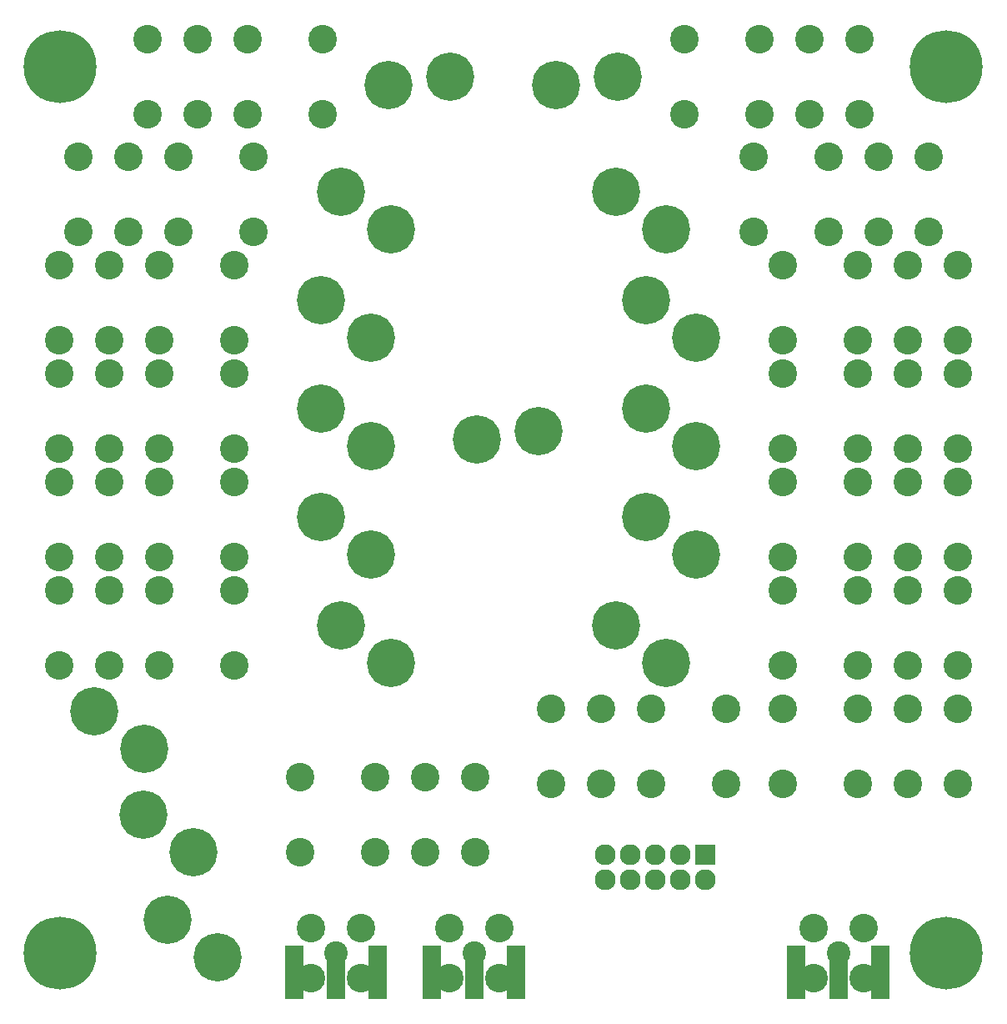
<source format=gbr>
G04 #@! TF.FileFunction,Soldermask,Top*
%FSLAX46Y46*%
G04 Gerber Fmt 4.6, Leading zero omitted, Abs format (unit mm)*
G04 Created by KiCad (PCBNEW 4.0.7) date 12/14/17 19:40:15*
%MOMM*%
%LPD*%
G01*
G04 APERTURE LIST*
%ADD10C,0.100000*%
%ADD11R,2.127200X2.127200*%
%ADD12O,2.127200X2.127200*%
%ADD13C,2.900000*%
%ADD14C,4.900000*%
%ADD15C,2.398980*%
%ADD16C,2.899360*%
%ADD17C,7.400000*%
%ADD18R,1.900000X5.480000*%
G04 APERTURE END LIST*
D10*
D11*
X125500000Y-130000000D03*
D12*
X125500000Y-132540000D03*
X122960000Y-130000000D03*
X122960000Y-132540000D03*
X120420000Y-130000000D03*
X120420000Y-132540000D03*
X117880000Y-130000000D03*
X117880000Y-132540000D03*
X115340000Y-130000000D03*
X115340000Y-132540000D03*
D13*
X133380000Y-70190000D03*
X133380000Y-77810000D03*
X141000000Y-70190000D03*
X141000000Y-77810000D03*
X146080000Y-70190000D03*
X146080000Y-77810000D03*
X151160000Y-70190000D03*
X151160000Y-77810000D03*
D14*
X119460000Y-95730000D03*
X124540000Y-99540000D03*
D13*
X127620000Y-122810000D03*
X127620000Y-115190000D03*
X120000000Y-122810000D03*
X120000000Y-115190000D03*
X114920000Y-122810000D03*
X114920000Y-115190000D03*
X109840000Y-122810000D03*
X109840000Y-115190000D03*
X86620000Y-54810000D03*
X86620000Y-47190000D03*
X79000000Y-54810000D03*
X79000000Y-47190000D03*
X73920000Y-54810000D03*
X73920000Y-47190000D03*
X68840000Y-54810000D03*
X68840000Y-47190000D03*
X133380000Y-103190000D03*
X133380000Y-110810000D03*
X141000000Y-103190000D03*
X141000000Y-110810000D03*
X146080000Y-103190000D03*
X146080000Y-110810000D03*
X151160000Y-103190000D03*
X151160000Y-110810000D03*
D14*
X86460000Y-95730000D03*
X91540000Y-99540000D03*
D15*
X102000000Y-140000000D03*
D16*
X104540000Y-137460000D03*
X104540000Y-142540000D03*
X99460000Y-142540000D03*
X99460000Y-137460000D03*
D15*
X139000000Y-140000000D03*
D16*
X141540000Y-137460000D03*
X141540000Y-142540000D03*
X136460000Y-142540000D03*
X136460000Y-137460000D03*
D17*
X60000000Y-50000000D03*
X150000000Y-140000000D03*
X60000000Y-140000000D03*
X150000000Y-50000000D03*
D15*
X88000000Y-140000000D03*
D16*
X90540000Y-137460000D03*
X90540000Y-142540000D03*
X85460000Y-142540000D03*
X85460000Y-137460000D03*
D14*
X86460000Y-84730000D03*
X91540000Y-88540000D03*
X75940000Y-140470000D03*
X70860000Y-136660000D03*
X93305923Y-51898026D03*
X99592102Y-51000000D03*
X88460000Y-62730000D03*
X93540000Y-66540000D03*
X86460000Y-73730000D03*
X91540000Y-77540000D03*
X88460000Y-106730000D03*
X93540000Y-110540000D03*
X73540000Y-129770000D03*
X68460000Y-125960000D03*
X110305923Y-51898026D03*
X116592102Y-51000000D03*
X116460000Y-62730000D03*
X121540000Y-66540000D03*
X119460000Y-73730000D03*
X124540000Y-77540000D03*
X116460000Y-106730000D03*
X121540000Y-110540000D03*
X68540000Y-119270000D03*
X63460000Y-115460000D03*
X119460000Y-84730000D03*
X124540000Y-88540000D03*
D13*
X84380000Y-122190000D03*
X84380000Y-129810000D03*
X92000000Y-122190000D03*
X92000000Y-129810000D03*
X97080000Y-122190000D03*
X97080000Y-129810000D03*
X102160000Y-122190000D03*
X102160000Y-129810000D03*
X79620000Y-66810000D03*
X79620000Y-59190000D03*
X72000000Y-66810000D03*
X72000000Y-59190000D03*
X66920000Y-66810000D03*
X66920000Y-59190000D03*
X61840000Y-66810000D03*
X61840000Y-59190000D03*
X77620000Y-77810000D03*
X77620000Y-70190000D03*
X70000000Y-77810000D03*
X70000000Y-70190000D03*
X64920000Y-77810000D03*
X64920000Y-70190000D03*
X59840000Y-77810000D03*
X59840000Y-70190000D03*
X77620000Y-88810000D03*
X77620000Y-81190000D03*
X70000000Y-88810000D03*
X70000000Y-81190000D03*
X64920000Y-88810000D03*
X64920000Y-81190000D03*
X59840000Y-88810000D03*
X59840000Y-81190000D03*
X77620000Y-99810000D03*
X77620000Y-92190000D03*
X70000000Y-99810000D03*
X70000000Y-92190000D03*
X64920000Y-99810000D03*
X64920000Y-92190000D03*
X59840000Y-99810000D03*
X59840000Y-92190000D03*
X77620000Y-110810000D03*
X77620000Y-103190000D03*
X70000000Y-110810000D03*
X70000000Y-103190000D03*
X64920000Y-110810000D03*
X64920000Y-103190000D03*
X59840000Y-110810000D03*
X59840000Y-103190000D03*
X123380000Y-47190000D03*
X123380000Y-54810000D03*
X131000000Y-47190000D03*
X131000000Y-54810000D03*
X136080000Y-47190000D03*
X136080000Y-54810000D03*
X141160000Y-47190000D03*
X141160000Y-54810000D03*
X130380000Y-59190000D03*
X130380000Y-66810000D03*
X138000000Y-59190000D03*
X138000000Y-66810000D03*
X143080000Y-59190000D03*
X143080000Y-66810000D03*
X148160000Y-59190000D03*
X148160000Y-66810000D03*
X133380000Y-81190000D03*
X133380000Y-88810000D03*
X141000000Y-81190000D03*
X141000000Y-88810000D03*
X146080000Y-81190000D03*
X146080000Y-88810000D03*
X151160000Y-81190000D03*
X151160000Y-88810000D03*
X133380000Y-92190000D03*
X133380000Y-99810000D03*
X141000000Y-92190000D03*
X141000000Y-99810000D03*
X146080000Y-92190000D03*
X146080000Y-99810000D03*
X151160000Y-92190000D03*
X151160000Y-99810000D03*
X133380000Y-115190000D03*
X133380000Y-122810000D03*
X141000000Y-115190000D03*
X141000000Y-122810000D03*
X146080000Y-115190000D03*
X146080000Y-122810000D03*
X151160000Y-115190000D03*
X151160000Y-122810000D03*
D14*
X102305923Y-87898026D03*
X108592102Y-87000000D03*
D18*
X97750000Y-142000000D03*
X106250000Y-142000000D03*
X102000000Y-142000000D03*
X83750000Y-142000000D03*
X92250000Y-142000000D03*
X88000000Y-142000000D03*
X134750000Y-142000000D03*
X143250000Y-142000000D03*
X139000000Y-142000000D03*
M02*

</source>
